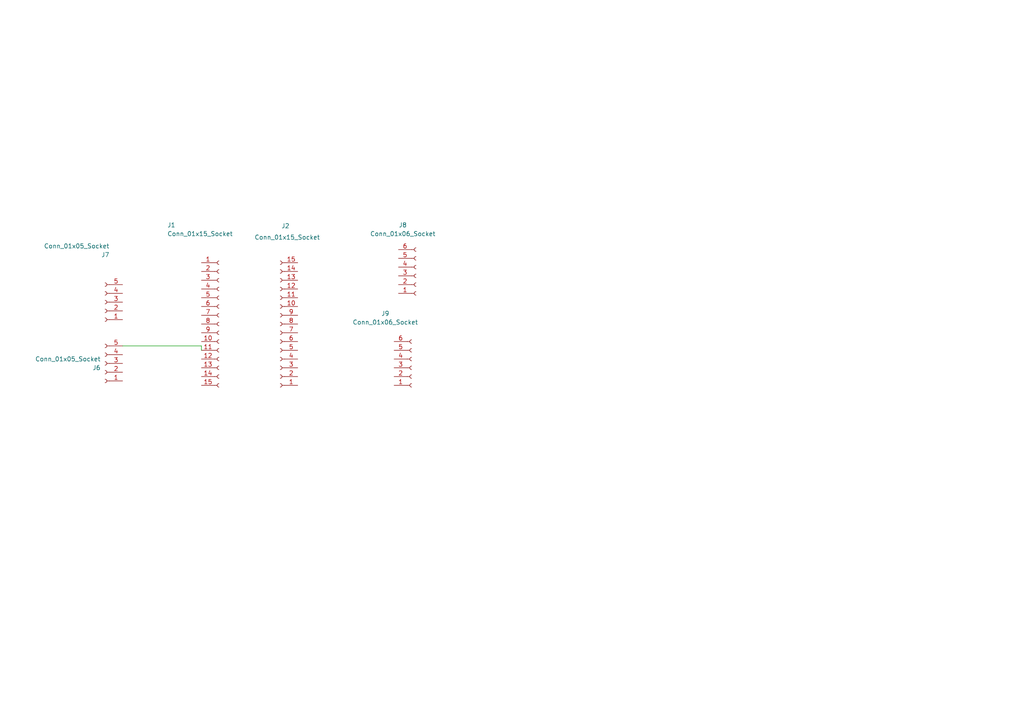
<source format=kicad_sch>
(kicad_sch (version 20250114) (generator "eeschema") (generator_version "9.0")
  (paper "A4")
  (lib_symbols
    (symbol "Connector:Conn_01x05_Socket" (pin_names (offset 1.016) (hide yes))
      (property "Reference" "J" (at 0 7.62 0))
      (property "Value" "Conn_01x05_Socket" (at 0 -7.62 0))
      (symbol "Conn_01x05_Socket_1_1"
        (polyline (pts (xy -1.27 5.08) (xy -0.508 5.08)) (stroke (width 0.1524)))
        (polyline (pts (xy -1.27 2.54) (xy -0.508 2.54)) (stroke (width 0.1524)))
        (polyline (pts (xy -1.27 0) (xy -0.508 0)) (stroke (width 0.1524)))
        (polyline (pts (xy -1.27 -2.54) (xy -0.508 -2.54)) (stroke (width 0.1524)))
        (polyline (pts (xy -1.27 -5.08) (xy -0.508 -5.08)) (stroke (width 0.1524)))
        (arc (start 0 4.572) (mid -0.5058 5.08) (end 0 5.588) (stroke (width 0.1524)))
        (arc (start 0 2.032) (mid -0.5058 2.54) (end 0 3.048) (stroke (width 0.1524)))
        (arc (start 0 -0.508) (mid -0.5058 0) (end 0 0.508) (stroke (width 0.1524)))
        (arc (start 0 -3.048) (mid -0.5058 -2.54) (end 0 -2.032) (stroke (width 0.1524)))
        (arc (start 0 -5.588) (mid -0.5058 -5.08) (end 0 -4.572) (stroke (width 0.1524)))
        (pin passive line (at -5.08 5.08 0) (length 3.81) (name "Pin_1") (number "1"))
        (pin passive line (at -5.08 2.54 0) (length 3.81) (name "Pin_2") (number "2"))
        (pin passive line (at -5.08 0 0) (length 3.81) (name "Pin_3") (number "3"))
        (pin passive line (at -5.08 -2.54 0) (length 3.81) (name "Pin_4") (number "4"))
        (pin passive line (at -5.08 -5.08 0) (length 3.81) (name "Pin_5") (number "5"))
      )
    )
    (symbol "Connector:Conn_01x06_Socket" (pin_names (offset 1.016) (hide yes))
      (property "Reference" "J" (at 0 7.62 0))
      (property "Value" "Conn_01x06_Socket" (at 0 -10.16 0))
      (symbol "Conn_01x06_Socket_1_1"
        (polyline (pts (xy -1.27 5.08) (xy -0.508 5.08)) (stroke (width 0.1524)))
        (polyline (pts (xy -1.27 2.54) (xy -0.508 2.54)) (stroke (width 0.1524)))
        (polyline (pts (xy -1.27 0) (xy -0.508 0)) (stroke (width 0.1524)))
        (polyline (pts (xy -1.27 -2.54) (xy -0.508 -2.54)) (stroke (width 0.1524)))
        (polyline (pts (xy -1.27 -5.08) (xy -0.508 -5.08)) (stroke (width 0.1524)))
        (polyline (pts (xy -1.27 -7.62) (xy -0.508 -7.62)) (stroke (width 0.1524)))
        (arc (start 0 4.572) (mid -0.5058 5.08) (end 0 5.588) (stroke (width 0.1524)))
        (arc (start 0 2.032) (mid -0.5058 2.54) (end 0 3.048) (stroke (width 0.1524)))
        (arc (start 0 -0.508) (mid -0.5058 0) (end 0 0.508) (stroke (width 0.1524)))
        (arc (start 0 -3.048) (mid -0.5058 -2.54) (end 0 -2.032) (stroke (width 0.1524)))
        (arc (start 0 -5.588) (mid -0.5058 -5.08) (end 0 -4.572) (stroke (width 0.1524)))
        (arc (start 0 -8.128) (mid -0.5058 -7.62) (end 0 -7.112) (stroke (width 0.1524)))
        (pin passive line (at -5.08 5.08 0) (length 3.81) (name "Pin_1") (number "1"))
        (pin passive line (at -5.08 2.54 0) (length 3.81) (name "Pin_2") (number "2"))
        (pin passive line (at -5.08 0 0) (length 3.81) (name "Pin_3") (number "3"))
        (pin passive line (at -5.08 -2.54 0) (length 3.81) (name "Pin_4") (number "4"))
        (pin passive line (at -5.08 -5.08 0) (length 3.81) (name "Pin_5") (number "5"))
        (pin passive line (at -5.08 -7.62 0) (length 3.81) (name "Pin_6") (number "6"))
      )
    )
    (symbol "Connector:Conn_01x15_Socket" (pin_names (offset 1.016) (hide yes))
      (property "Reference" "J" (at 0 20.32 0))
      (property "Value" "Conn_01x15_Socket" (at 0 -20.32 0))
      (symbol "Conn_01x15_Socket_1_1"
        (polyline (pts (xy -1.27 17.78) (xy -0.508 17.78)) (stroke (width 0.1524)))
        (polyline (pts (xy -1.27 15.24) (xy -0.508 15.24)) (stroke (width 0.1524)))
        (polyline (pts (xy -1.27 12.7) (xy -0.508 12.7)) (stroke (width 0.1524)))
        (polyline (pts (xy -1.27 10.16) (xy -0.508 10.16)) (stroke (width 0.1524)))
        (polyline (pts (xy -1.27 7.62) (xy -0.508 7.62)) (stroke (width 0.1524)))
        (polyline (pts (xy -1.27 5.08) (xy -0.508 5.08)) (stroke (width 0.1524)))
        (polyline (pts (xy -1.27 2.54) (xy -0.508 2.54)) (stroke (width 0.1524)))
        (polyline (pts (xy -1.27 0) (xy -0.508 0)) (stroke (width 0.1524)))
        (polyline (pts (xy -1.27 -2.54) (xy -0.508 -2.54)) (stroke (width 0.1524)))
        (polyline (pts (xy -1.27 -5.08) (xy -0.508 -5.08)) (stroke (width 0.1524)))
        (polyline (pts (xy -1.27 -7.62) (xy -0.508 -7.62)) (stroke (width 0.1524)))
        (polyline (pts (xy -1.27 -10.16) (xy -0.508 -10.16)) (stroke (width 0.1524)))
        (polyline (pts (xy -1.27 -12.7) (xy -0.508 -12.7)) (stroke (width 0.1524)))
        (polyline (pts (xy -1.27 -15.24) (xy -0.508 -15.24)) (stroke (width 0.1524)))
        (polyline (pts (xy -1.27 -17.78) (xy -0.508 -17.78)) (stroke (width 0.1524)))
        (arc (start 0 17.272) (mid -0.5058 17.78) (end 0 18.288) (stroke (width 0.1524)))
        (arc (start 0 14.732) (mid -0.5058 15.24) (end 0 15.748) (stroke (width 0.1524)))
        (arc (start 0 12.192) (mid -0.5058 12.7) (end 0 13.208) (stroke (width 0.1524)))
        (arc (start 0 9.652) (mid -0.5058 10.16) (end 0 10.668) (stroke (width 0.1524)))
        (arc (start 0 7.112) (mid -0.5058 7.62) (end 0 8.128) (stroke (width 0.1524)))
        (arc (start 0 4.572) (mid -0.5058 5.08) (end 0 5.588) (stroke (width 0.1524)))
        (arc (start 0 2.032) (mid -0.5058 2.54) (end 0 3.048) (stroke (width 0.1524)))
        (arc (start 0 -0.508) (mid -0.5058 0) (end 0 0.508) (stroke (width 0.1524)))
        (arc (start 0 -3.048) (mid -0.5058 -2.54) (end 0 -2.032) (stroke (width 0.1524)))
        (arc (start 0 -5.588) (mid -0.5058 -5.08) (end 0 -4.572) (stroke (width 0.1524)))
        (arc (start 0 -8.128) (mid -0.5058 -7.62) (end 0 -7.112) (stroke (width 0.1524)))
        (arc (start 0 -10.668) (mid -0.5058 -10.16) (end 0 -9.652) (stroke (width 0.1524)))
        (arc (start 0 -13.208) (mid -0.5058 -12.7) (end 0 -12.192) (stroke (width 0.1524)))
        (arc (start 0 -15.748) (mid -0.5058 -15.24) (end 0 -14.732) (stroke (width 0.1524)))
        (arc (start 0 -18.288) (mid -0.5058 -17.78) (end 0 -17.272) (stroke (width 0.1524)))
        (pin passive line (at -5.08 17.78 0) (length 3.81) (name "Pin_1") (number "1"))
        (pin passive line (at -5.08 15.24 0) (length 3.81) (name "Pin_2") (number "2"))
        (pin passive line (at -5.08 12.7 0) (length 3.81) (name "Pin_3") (number "3"))
        (pin passive line (at -5.08 10.16 0) (length 3.81) (name "Pin_4") (number "4"))
        (pin passive line (at -5.08 7.62 0) (length 3.81) (name "Pin_5") (number "5"))
        (pin passive line (at -5.08 5.08 0) (length 3.81) (name "Pin_6") (number "6"))
        (pin passive line (at -5.08 2.54 0) (length 3.81) (name "Pin_7") (number "7"))
        (pin passive line (at -5.08 0 0) (length 3.81) (name "Pin_8") (number "8"))
        (pin passive line (at -5.08 -2.54 0) (length 3.81) (name "Pin_9") (number "9"))
        (pin passive line (at -5.08 -5.08 0) (length 3.81) (name "Pin_10") (number "10"))
        (pin passive line (at -5.08 -7.62 0) (length 3.81) (name "Pin_11") (number "11"))
        (pin passive line (at -5.08 -10.16 0) (length 3.81) (name "Pin_12") (number "12"))
        (pin passive line (at -5.08 -12.7 0) (length 3.81) (name "Pin_13") (number "13"))
        (pin passive line (at -5.08 -15.24 0) (length 3.81) (name "Pin_14") (number "14"))
        (pin passive line (at -5.08 -17.78 0) (length 3.81) (name "Pin_15") (number "15"))
      )
    )
  )
  (wire (pts (xy 58.42 100.33) (xy 58.42 101.6)))
  (wire (pts (xy 35.56 100.33) (xy 58.42 100.33)))
  (symbol (lib_id "Connector:Conn_01x06_Socket") (at 119.38 106.68 0) (mirror x) (unit 1)
    (property "Reference" "J9" (at 111.76 90.932 0))
    (property "Value" "Conn_01x06_Socket" (at 111.76 93.472 0))
    (property "Description" "Generic connector, single row, 01x06, script generated" (effects (hide yes)))
  )
  (symbol (lib_id "Connector:Conn_01x05_Socket") (at 30.48 105.41 180) (unit 1)
    (property "Reference" "J6" (at 29.21 106.6801 0) (effects (justify left)))
    (property "Value" "Conn_01x05_Socket" (at 29.21 104.1401 0) (effects (justify left)))
    (property "Description" "Generic connector, single row, 01x05, script generated" (effects (hide yes)))
  )
  (symbol (lib_id "Connector:Conn_01x15_Socket") (at 63.5 93.98 0) (unit 1)
    (property "Reference" "J1" (at 48.514 65.278 0) (effects (justify left)))
    (property "Value" "Conn_01x15_Socket" (at 48.514 67.818 0) (effects (justify left)))
    (property "Description" "Generic connector, single row, 01x15, script generated" (effects (hide yes)))
  )
  (symbol (lib_id "Connector:Conn_01x06_Socket") (at 120.65 80.01 0) (mirror x) (unit 1)
    (property "Reference" "J8" (at 116.84 65.278 0))
    (property "Value" "Conn_01x06_Socket" (at 116.84 67.818 0))
    (property "Description" "Generic connector, single row, 01x06, script generated" (effects (hide yes)))
  )
  (symbol (lib_id "Connector:Conn_01x05_Socket") (at 30.48 87.63 180) (unit 1)
    (property "Reference" "J7" (at 31.75 73.914 0) (effects (justify left)))
    (property "Value" "Conn_01x05_Socket" (at 31.75 71.374 0) (effects (justify left)))
    (property "Description" "Generic connector, single row, 01x05, script generated" (effects (hide yes)))
  )
  (symbol (lib_id "Connector:Conn_01x15_Socket") (at 81.28 93.98 180) (unit 1)
    (property "Reference" "J2" (at 82.804 65.532 0))
    (property "Value" "Conn_01x15_Socket" (at 83.312 68.834 0))
    (property "Description" "Generic connector, single row, 01x15, script generated" (effects (hide yes)))
  )
)
</source>
